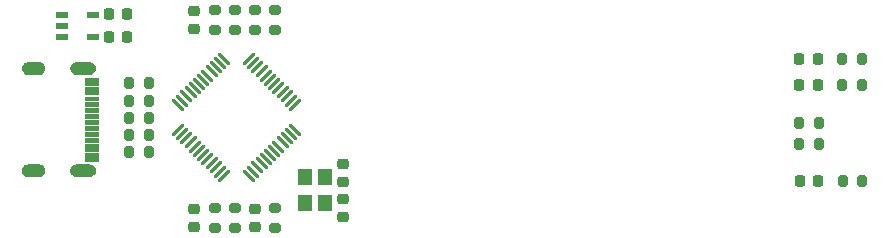
<source format=gtp>
%TF.GenerationSoftware,KiCad,Pcbnew,7.0.9*%
%TF.CreationDate,2024-01-11T16:53:17+08:00*%
%TF.ProjectId,UINIO-DAP-Link,55494e49-4f2d-4444-9150-2d4c696e6b2e,Version 3.3.1*%
%TF.SameCoordinates,PX6318a70PY5c9a0e0*%
%TF.FileFunction,Paste,Top*%
%TF.FilePolarity,Positive*%
%FSLAX46Y46*%
G04 Gerber Fmt 4.6, Leading zero omitted, Abs format (unit mm)*
G04 Created by KiCad (PCBNEW 7.0.9) date 2024-01-11 16:53:17*
%MOMM*%
%LPD*%
G01*
G04 APERTURE LIST*
G04 Aperture macros list*
%AMRoundRect*
0 Rectangle with rounded corners*
0 $1 Rounding radius*
0 $2 $3 $4 $5 $6 $7 $8 $9 X,Y pos of 4 corners*
0 Add a 4 corners polygon primitive as box body*
4,1,4,$2,$3,$4,$5,$6,$7,$8,$9,$2,$3,0*
0 Add four circle primitives for the rounded corners*
1,1,$1+$1,$2,$3*
1,1,$1+$1,$4,$5*
1,1,$1+$1,$6,$7*
1,1,$1+$1,$8,$9*
0 Add four rect primitives between the rounded corners*
20,1,$1+$1,$2,$3,$4,$5,0*
20,1,$1+$1,$4,$5,$6,$7,0*
20,1,$1+$1,$6,$7,$8,$9,0*
20,1,$1+$1,$8,$9,$2,$3,0*%
%AMHorizOval*
0 Thick line with rounded ends*
0 $1 width*
0 $2 $3 position (X,Y) of the first rounded end (center of the circle)*
0 $4 $5 position (X,Y) of the second rounded end (center of the circle)*
0 Add line between two ends*
20,1,$1,$2,$3,$4,$5,0*
0 Add two circle primitives to create the rounded ends*
1,1,$1,$2,$3*
1,1,$1,$4,$5*%
G04 Aperture macros list end*
%ADD10C,0.120000*%
%ADD11RoundRect,0.218750X0.218750X0.256250X-0.218750X0.256250X-0.218750X-0.256250X0.218750X-0.256250X0*%
%ADD12RoundRect,0.225000X-0.250000X0.225000X-0.250000X-0.225000X0.250000X-0.225000X0.250000X0.225000X0*%
%ADD13RoundRect,0.200000X-0.275000X0.200000X-0.275000X-0.200000X0.275000X-0.200000X0.275000X0.200000X0*%
%ADD14RoundRect,0.225000X-0.225000X-0.250000X0.225000X-0.250000X0.225000X0.250000X-0.225000X0.250000X0*%
%ADD15RoundRect,0.200000X-0.200000X-0.275000X0.200000X-0.275000X0.200000X0.275000X-0.200000X0.275000X0*%
%ADD16RoundRect,0.200000X0.200000X0.275000X-0.200000X0.275000X-0.200000X-0.275000X0.200000X-0.275000X0*%
%ADD17R,1.200000X1.400000*%
%ADD18RoundRect,0.218750X0.256250X-0.218750X0.256250X0.218750X-0.256250X0.218750X-0.256250X-0.218750X0*%
%ADD19RoundRect,0.200000X0.275000X-0.200000X0.275000X0.200000X-0.275000X0.200000X-0.275000X-0.200000X0*%
%ADD20R,1.000000X0.600000*%
%ADD21RoundRect,0.218750X-0.256250X0.218750X-0.256250X-0.218750X0.256250X-0.218750X0.256250X0.218750X0*%
%ADD22RoundRect,0.225000X0.225000X0.250000X-0.225000X0.250000X-0.225000X-0.250000X0.225000X-0.250000X0*%
%ADD23HorizOval,0.270000X-0.434871X0.434871X0.434871X-0.434871X0*%
%ADD24HorizOval,0.270000X0.434871X0.434871X-0.434871X-0.434871X0*%
%ADD25R,1.150000X0.600000*%
%ADD26R,1.150000X0.300000*%
%ADD27RoundRect,0.225000X0.250000X-0.225000X0.250000X0.225000X-0.250000X0.225000X-0.250000X-0.225000X0*%
G04 APERTURE END LIST*
%TO.C,USB1*%
D10*
X6216000Y-7440000D02*
X5066000Y-7440000D01*
X5066000Y-6840000D01*
X6216000Y-6840000D01*
X6216000Y-7440000D01*
G36*
X6216000Y-7440000D02*
G01*
X5066000Y-7440000D01*
X5066000Y-6840000D01*
X6216000Y-6840000D01*
X6216000Y-7440000D01*
G37*
X6216000Y-8240000D02*
X5066000Y-8240000D01*
X5066000Y-7640000D01*
X6216000Y-7640000D01*
X6216000Y-8240000D01*
G36*
X6216000Y-8240000D02*
G01*
X5066000Y-8240000D01*
X5066000Y-7640000D01*
X6216000Y-7640000D01*
X6216000Y-8240000D01*
G37*
X6216000Y-8740000D02*
X5066000Y-8740000D01*
X5066000Y-8440000D01*
X6216000Y-8440000D01*
X6216000Y-8740000D01*
G36*
X6216000Y-8740000D02*
G01*
X5066000Y-8740000D01*
X5066000Y-8440000D01*
X6216000Y-8440000D01*
X6216000Y-8740000D01*
G37*
X6216000Y-9240000D02*
X5066000Y-9240000D01*
X5066000Y-8940000D01*
X6216000Y-8940000D01*
X6216000Y-9240000D01*
G36*
X6216000Y-9240000D02*
G01*
X5066000Y-9240000D01*
X5066000Y-8940000D01*
X6216000Y-8940000D01*
X6216000Y-9240000D01*
G37*
X6216000Y-9740000D02*
X5066000Y-9740000D01*
X5066000Y-9440000D01*
X6216000Y-9440000D01*
X6216000Y-9740000D01*
G36*
X6216000Y-9740000D02*
G01*
X5066000Y-9740000D01*
X5066000Y-9440000D01*
X6216000Y-9440000D01*
X6216000Y-9740000D01*
G37*
X6216000Y-10240000D02*
X5066000Y-10240000D01*
X5066000Y-9940000D01*
X6216000Y-9940000D01*
X6216000Y-10240000D01*
G36*
X6216000Y-10240000D02*
G01*
X5066000Y-10240000D01*
X5066000Y-9940000D01*
X6216000Y-9940000D01*
X6216000Y-10240000D01*
G37*
X6216000Y-10740000D02*
X5066000Y-10740000D01*
X5066000Y-10440000D01*
X6216000Y-10440000D01*
X6216000Y-10740000D01*
G36*
X6216000Y-10740000D02*
G01*
X5066000Y-10740000D01*
X5066000Y-10440000D01*
X6216000Y-10440000D01*
X6216000Y-10740000D01*
G37*
X6216000Y-11240000D02*
X5066000Y-11240000D01*
X5066000Y-10940000D01*
X6216000Y-10940000D01*
X6216000Y-11240000D01*
G36*
X6216000Y-11240000D02*
G01*
X5066000Y-11240000D01*
X5066000Y-10940000D01*
X6216000Y-10940000D01*
X6216000Y-11240000D01*
G37*
X6216000Y-11740000D02*
X5066000Y-11740000D01*
X5066000Y-11440000D01*
X6216000Y-11440000D01*
X6216000Y-11740000D01*
G36*
X6216000Y-11740000D02*
G01*
X5066000Y-11740000D01*
X5066000Y-11440000D01*
X6216000Y-11440000D01*
X6216000Y-11740000D01*
G37*
X6216000Y-12240000D02*
X5066000Y-12240000D01*
X5066000Y-11940000D01*
X6216000Y-11940000D01*
X6216000Y-12240000D01*
G36*
X6216000Y-12240000D02*
G01*
X5066000Y-12240000D01*
X5066000Y-11940000D01*
X6216000Y-11940000D01*
X6216000Y-12240000D01*
G37*
X6216000Y-13040000D02*
X5066000Y-13040000D01*
X5066000Y-12440000D01*
X6216000Y-12440000D01*
X6216000Y-13040000D01*
G36*
X6216000Y-13040000D02*
G01*
X5066000Y-13040000D01*
X5066000Y-12440000D01*
X6216000Y-12440000D01*
X6216000Y-13040000D01*
G37*
X6216000Y-13840000D02*
X5066000Y-13840000D01*
X5066000Y-13240000D01*
X6216000Y-13240000D01*
X6216000Y-13840000D01*
G36*
X6216000Y-13840000D02*
G01*
X5066000Y-13840000D01*
X5066000Y-13240000D01*
X6216000Y-13240000D01*
X6216000Y-13840000D01*
G37*
X5526000Y-5525000D02*
X5620000Y-5553000D01*
X5706000Y-5599000D01*
X5782000Y-5661000D01*
X5844000Y-5737000D01*
X5891000Y-5824000D01*
X5919000Y-5917000D01*
X5929000Y-6015000D01*
X5919000Y-6113000D01*
X5891000Y-6206000D01*
X5844000Y-6293000D01*
X5782000Y-6369000D01*
X5706000Y-6431000D01*
X5620000Y-6477000D01*
X5526000Y-6505000D01*
X5429000Y-6515000D01*
X4329000Y-6515000D01*
X4231000Y-6505000D01*
X4137000Y-6477000D01*
X4051000Y-6431000D01*
X3975000Y-6369000D01*
X3913000Y-6293000D01*
X3867000Y-6206000D01*
X3838000Y-6113000D01*
X3829000Y-6015000D01*
X3838000Y-5917000D01*
X3867000Y-5824000D01*
X3913000Y-5737000D01*
X3975000Y-5661000D01*
X4051000Y-5599000D01*
X4137000Y-5553000D01*
X4231000Y-5525000D01*
X4329000Y-5515000D01*
X5429000Y-5515000D01*
X5526000Y-5525000D01*
G36*
X5526000Y-5525000D02*
G01*
X5620000Y-5553000D01*
X5706000Y-5599000D01*
X5782000Y-5661000D01*
X5844000Y-5737000D01*
X5891000Y-5824000D01*
X5919000Y-5917000D01*
X5929000Y-6015000D01*
X5919000Y-6113000D01*
X5891000Y-6206000D01*
X5844000Y-6293000D01*
X5782000Y-6369000D01*
X5706000Y-6431000D01*
X5620000Y-6477000D01*
X5526000Y-6505000D01*
X5429000Y-6515000D01*
X4329000Y-6515000D01*
X4231000Y-6505000D01*
X4137000Y-6477000D01*
X4051000Y-6431000D01*
X3975000Y-6369000D01*
X3913000Y-6293000D01*
X3867000Y-6206000D01*
X3838000Y-6113000D01*
X3829000Y-6015000D01*
X3838000Y-5917000D01*
X3867000Y-5824000D01*
X3913000Y-5737000D01*
X3975000Y-5661000D01*
X4051000Y-5599000D01*
X4137000Y-5553000D01*
X4231000Y-5525000D01*
X4329000Y-5515000D01*
X5429000Y-5515000D01*
X5526000Y-5525000D01*
G37*
X1226000Y-5525000D02*
X1320000Y-5553000D01*
X1406000Y-5599000D01*
X1482000Y-5661000D01*
X1544000Y-5737000D01*
X1591000Y-5824000D01*
X1619000Y-5917000D01*
X1629000Y-6015000D01*
X1619000Y-6113000D01*
X1591000Y-6206000D01*
X1544000Y-6293000D01*
X1482000Y-6369000D01*
X1406000Y-6431000D01*
X1320000Y-6477000D01*
X1226000Y-6505000D01*
X1129000Y-6515000D01*
X229000Y-6515000D01*
X131000Y-6505000D01*
X37000Y-6477000D01*
X-49000Y-6431000D01*
X-125000Y-6369000D01*
X-187000Y-6293000D01*
X-233000Y-6206000D01*
X-262000Y-6113000D01*
X-271000Y-6015000D01*
X-262000Y-5917000D01*
X-233000Y-5824000D01*
X-187000Y-5737000D01*
X-125000Y-5661000D01*
X-49000Y-5599000D01*
X37000Y-5553000D01*
X131000Y-5525000D01*
X229000Y-5515000D01*
X1129000Y-5515000D01*
X1226000Y-5525000D01*
G36*
X1226000Y-5525000D02*
G01*
X1320000Y-5553000D01*
X1406000Y-5599000D01*
X1482000Y-5661000D01*
X1544000Y-5737000D01*
X1591000Y-5824000D01*
X1619000Y-5917000D01*
X1629000Y-6015000D01*
X1619000Y-6113000D01*
X1591000Y-6206000D01*
X1544000Y-6293000D01*
X1482000Y-6369000D01*
X1406000Y-6431000D01*
X1320000Y-6477000D01*
X1226000Y-6505000D01*
X1129000Y-6515000D01*
X229000Y-6515000D01*
X131000Y-6505000D01*
X37000Y-6477000D01*
X-49000Y-6431000D01*
X-125000Y-6369000D01*
X-187000Y-6293000D01*
X-233000Y-6206000D01*
X-262000Y-6113000D01*
X-271000Y-6015000D01*
X-262000Y-5917000D01*
X-233000Y-5824000D01*
X-187000Y-5737000D01*
X-125000Y-5661000D01*
X-49000Y-5599000D01*
X37000Y-5553000D01*
X131000Y-5525000D01*
X229000Y-5515000D01*
X1129000Y-5515000D01*
X1226000Y-5525000D01*
G37*
X5526000Y-14175000D02*
X5620000Y-14203000D01*
X5706000Y-14249000D01*
X5782000Y-14311000D01*
X5844000Y-14387000D01*
X5891000Y-14474000D01*
X5919000Y-14567000D01*
X5929000Y-14665000D01*
X5919000Y-14763000D01*
X5891000Y-14856000D01*
X5844000Y-14943000D01*
X5782000Y-15019000D01*
X5706000Y-15081000D01*
X5620000Y-15127000D01*
X5526000Y-15155000D01*
X5429000Y-15165000D01*
X4329000Y-15165000D01*
X4231000Y-15155000D01*
X4137000Y-15127000D01*
X4051000Y-15081000D01*
X3975000Y-15019000D01*
X3913000Y-14943000D01*
X3867000Y-14856000D01*
X3838000Y-14763000D01*
X3829000Y-14665000D01*
X3838000Y-14567000D01*
X3867000Y-14474000D01*
X3913000Y-14387000D01*
X3975000Y-14311000D01*
X4051000Y-14249000D01*
X4137000Y-14203000D01*
X4231000Y-14175000D01*
X4329000Y-14165000D01*
X5429000Y-14165000D01*
X5526000Y-14175000D01*
G36*
X5526000Y-14175000D02*
G01*
X5620000Y-14203000D01*
X5706000Y-14249000D01*
X5782000Y-14311000D01*
X5844000Y-14387000D01*
X5891000Y-14474000D01*
X5919000Y-14567000D01*
X5929000Y-14665000D01*
X5919000Y-14763000D01*
X5891000Y-14856000D01*
X5844000Y-14943000D01*
X5782000Y-15019000D01*
X5706000Y-15081000D01*
X5620000Y-15127000D01*
X5526000Y-15155000D01*
X5429000Y-15165000D01*
X4329000Y-15165000D01*
X4231000Y-15155000D01*
X4137000Y-15127000D01*
X4051000Y-15081000D01*
X3975000Y-15019000D01*
X3913000Y-14943000D01*
X3867000Y-14856000D01*
X3838000Y-14763000D01*
X3829000Y-14665000D01*
X3838000Y-14567000D01*
X3867000Y-14474000D01*
X3913000Y-14387000D01*
X3975000Y-14311000D01*
X4051000Y-14249000D01*
X4137000Y-14203000D01*
X4231000Y-14175000D01*
X4329000Y-14165000D01*
X5429000Y-14165000D01*
X5526000Y-14175000D01*
G37*
X1226000Y-14175000D02*
X1320000Y-14203000D01*
X1406000Y-14249000D01*
X1482000Y-14311000D01*
X1544000Y-14387000D01*
X1591000Y-14474000D01*
X1619000Y-14567000D01*
X1629000Y-14665000D01*
X1619000Y-14763000D01*
X1591000Y-14856000D01*
X1544000Y-14943000D01*
X1482000Y-15019000D01*
X1406000Y-15081000D01*
X1320000Y-15127000D01*
X1226000Y-15155000D01*
X1129000Y-15165000D01*
X229000Y-15165000D01*
X131000Y-15155000D01*
X37000Y-15127000D01*
X-49000Y-15081000D01*
X-125000Y-15019000D01*
X-187000Y-14943000D01*
X-233000Y-14856000D01*
X-262000Y-14763000D01*
X-271000Y-14665000D01*
X-262000Y-14567000D01*
X-233000Y-14474000D01*
X-187000Y-14387000D01*
X-125000Y-14311000D01*
X-49000Y-14249000D01*
X37000Y-14203000D01*
X131000Y-14175000D01*
X229000Y-14165000D01*
X1129000Y-14165000D01*
X1226000Y-14175000D01*
G36*
X1226000Y-14175000D02*
G01*
X1320000Y-14203000D01*
X1406000Y-14249000D01*
X1482000Y-14311000D01*
X1544000Y-14387000D01*
X1591000Y-14474000D01*
X1619000Y-14567000D01*
X1629000Y-14665000D01*
X1619000Y-14763000D01*
X1591000Y-14856000D01*
X1544000Y-14943000D01*
X1482000Y-15019000D01*
X1406000Y-15081000D01*
X1320000Y-15127000D01*
X1226000Y-15155000D01*
X1129000Y-15165000D01*
X229000Y-15165000D01*
X131000Y-15155000D01*
X37000Y-15127000D01*
X-49000Y-15081000D01*
X-125000Y-15019000D01*
X-187000Y-14943000D01*
X-233000Y-14856000D01*
X-262000Y-14763000D01*
X-271000Y-14665000D01*
X-262000Y-14567000D01*
X-233000Y-14474000D01*
X-187000Y-14387000D01*
X-125000Y-14311000D01*
X-49000Y-14249000D01*
X37000Y-14203000D01*
X131000Y-14175000D01*
X229000Y-14165000D01*
X1129000Y-14165000D01*
X1226000Y-14175000D01*
G37*
%TD*%
D11*
%TO.C,D1*%
X67147500Y-15610000D03*
X65572500Y-15610000D03*
%TD*%
D12*
%TO.C,C3*%
X26940000Y-17095000D03*
X26940000Y-18645000D03*
%TD*%
D13*
%TO.C,R11*%
X16050000Y-17865000D03*
X16050000Y-19515000D03*
%TD*%
D14*
%TO.C,C2*%
X7115000Y-1434000D03*
X8665000Y-1434000D03*
%TD*%
D15*
%TO.C,R2*%
X69184000Y-7450000D03*
X70834000Y-7450000D03*
%TD*%
D11*
%TO.C,D3*%
X67137500Y-5230000D03*
X65562500Y-5230000D03*
%TD*%
D12*
%TO.C,C5*%
X19430000Y-17915000D03*
X19430000Y-19465000D03*
%TD*%
D16*
%TO.C,R16*%
X10465000Y-7300000D03*
X8815000Y-7300000D03*
%TD*%
D17*
%TO.C,Y1*%
X23660000Y-15220000D03*
X23660000Y-17420000D03*
X25360000Y-17420000D03*
X25360000Y-15220000D03*
%TD*%
D18*
%TO.C,D4*%
X14320000Y-19477500D03*
X14320000Y-17902500D03*
%TD*%
D15*
%TO.C,R3*%
X69184000Y-5240000D03*
X70834000Y-5240000D03*
%TD*%
D19*
%TO.C,R12*%
X16050000Y-2775000D03*
X16050000Y-1125000D03*
%TD*%
D20*
%TO.C,U1*%
X3160000Y-1474000D03*
X3160000Y-2424000D03*
X3160000Y-3374000D03*
X5760000Y-3374000D03*
X5760000Y-1474000D03*
%TD*%
D21*
%TO.C,D5*%
X14320000Y-1162500D03*
X14320000Y-2737500D03*
%TD*%
D22*
%TO.C,C1*%
X8665000Y-3364000D03*
X7115000Y-3364000D03*
%TD*%
D13*
%TO.C,R6*%
X21120000Y-17865000D03*
X21120000Y-19515000D03*
%TD*%
D23*
%TO.C,U2*%
X18970660Y-15129747D03*
X19324214Y-14776194D03*
X19677767Y-14422641D03*
X20031320Y-14069087D03*
X20384874Y-13715534D03*
X20738427Y-13361981D03*
X21091981Y-13008427D03*
X21445534Y-12654874D03*
X21799087Y-12301320D03*
X22152641Y-11947767D03*
X22506194Y-11594214D03*
X22859747Y-11240660D03*
D24*
X22859747Y-9119340D03*
X22506194Y-8765786D03*
X22152641Y-8412233D03*
X21799087Y-8058680D03*
X21445534Y-7705126D03*
X21091981Y-7351573D03*
X20738427Y-6998019D03*
X20384874Y-6644466D03*
X20031320Y-6290913D03*
X19677767Y-5937359D03*
X19324214Y-5583806D03*
X18970660Y-5230253D03*
D23*
X16849340Y-5230253D03*
X16495786Y-5583806D03*
X16142233Y-5937359D03*
X15788680Y-6290913D03*
X15435126Y-6644466D03*
X15081573Y-6998019D03*
X14728019Y-7351573D03*
X14374466Y-7705126D03*
X14020913Y-8058680D03*
X13667359Y-8412233D03*
X13313806Y-8765786D03*
X12960253Y-9119340D03*
D24*
X12960253Y-11240660D03*
X13313806Y-11594214D03*
X13667359Y-11947767D03*
X14020913Y-12301320D03*
X14374466Y-12654874D03*
X14728019Y-13008427D03*
X15081573Y-13361981D03*
X15435126Y-13715534D03*
X15788680Y-14069087D03*
X16142233Y-14422641D03*
X16495786Y-14776194D03*
X16849340Y-15129747D03*
%TD*%
D25*
%TO.C,USB1*%
X5641000Y-7140000D03*
X5641000Y-7940000D03*
D26*
X5641000Y-9090000D03*
X5641000Y-10090000D03*
X5641000Y-10590000D03*
X5641000Y-11590000D03*
D25*
X5641000Y-13540000D03*
X5641000Y-12740000D03*
D26*
X5641000Y-12090000D03*
X5641000Y-11090000D03*
X5641000Y-9590000D03*
X5641000Y-8590000D03*
%TD*%
D16*
%TO.C,R5*%
X67195000Y-10670000D03*
X65545000Y-10670000D03*
%TD*%
%TO.C,R15*%
X10465000Y-11680000D03*
X8815000Y-11680000D03*
%TD*%
%TO.C,R13*%
X10465000Y-10220000D03*
X8815000Y-10220000D03*
%TD*%
D19*
%TO.C,R7*%
X21120000Y-2775000D03*
X21120000Y-1125000D03*
%TD*%
D16*
%TO.C,R17*%
X10465000Y-13140000D03*
X8815000Y-13140000D03*
%TD*%
%TO.C,R14*%
X10465000Y-8760000D03*
X8815000Y-8760000D03*
%TD*%
D11*
%TO.C,D2*%
X67137500Y-7410000D03*
X65562500Y-7410000D03*
%TD*%
D27*
%TO.C,C4*%
X26940000Y-15685000D03*
X26940000Y-14135000D03*
%TD*%
D19*
%TO.C,R8*%
X19430000Y-2775000D03*
X19430000Y-1125000D03*
%TD*%
D13*
%TO.C,R9*%
X17740000Y-1125000D03*
X17740000Y-2775000D03*
%TD*%
D16*
%TO.C,R1*%
X70895000Y-15610000D03*
X69245000Y-15610000D03*
%TD*%
%TO.C,R4*%
X67195000Y-12450000D03*
X65545000Y-12450000D03*
%TD*%
D13*
%TO.C,R10*%
X17740000Y-17865000D03*
X17740000Y-19515000D03*
%TD*%
M02*

</source>
